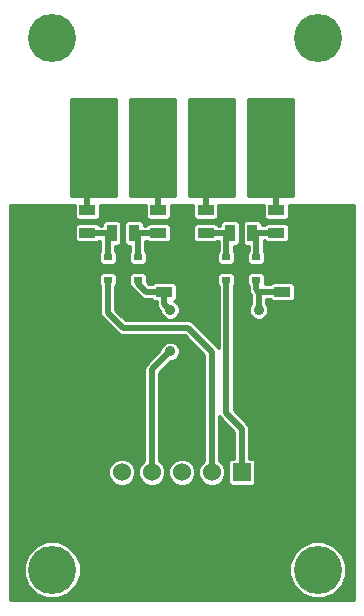
<source format=gbl>
G04 (created by PCBNEW (2013-mar-13)-testing) date Tue 02 Apr 2013 06:59:38 PM CEST*
%MOIN*%
G04 Gerber Fmt 3.4, Leading zero omitted, Abs format*
%FSLAX34Y34*%
G01*
G70*
G90*
G04 APERTURE LIST*
%ADD10C,0.006*%
%ADD11R,0.03X0.02*%
%ADD12R,0.0787X0.1181*%
%ADD13R,0.035X0.055*%
%ADD14R,0.055X0.035*%
%ADD15R,0.06X0.06*%
%ADD16C,0.06*%
%ADD17R,0.1X0.1*%
%ADD18C,0.1*%
%ADD19C,0.16*%
%ADD20C,0.035*%
%ADD21C,0.02*%
%ADD22C,0.01*%
G04 APERTURE END LIST*
G54D10*
G54D11*
X45169Y-47422D03*
X45169Y-46672D03*
X46169Y-47422D03*
X45169Y-47047D03*
X46169Y-46672D03*
X41232Y-47422D03*
X41232Y-46672D03*
X42232Y-47422D03*
X41232Y-47047D03*
X42232Y-46672D03*
G54D12*
X46850Y-43897D03*
X44488Y-43897D03*
X42913Y-43897D03*
X40551Y-43897D03*
G54D13*
X45294Y-45866D03*
X46044Y-45866D03*
X41357Y-45866D03*
X42107Y-45866D03*
G54D14*
X40551Y-45097D03*
X40551Y-45847D03*
X42913Y-45097D03*
X42913Y-45847D03*
X44488Y-45097D03*
X44488Y-45847D03*
X46850Y-45097D03*
X46850Y-45847D03*
X47047Y-47065D03*
X47047Y-47815D03*
X43110Y-47065D03*
X43110Y-47815D03*
G54D15*
X45700Y-53830D03*
G54D16*
X45700Y-54830D03*
X44700Y-53830D03*
X44700Y-54830D03*
X43700Y-53830D03*
X43700Y-54830D03*
X42700Y-53830D03*
X42700Y-54830D03*
X41700Y-53830D03*
X41700Y-54830D03*
G54D17*
X40732Y-42322D03*
G54D18*
X42732Y-42322D03*
G54D17*
X44669Y-42322D03*
G54D18*
X46669Y-42322D03*
G54D19*
X39370Y-39370D03*
X39370Y-57086D03*
X48228Y-39370D03*
X48228Y-57086D03*
G54D20*
X46259Y-48425D03*
X43307Y-48425D03*
X43307Y-49803D03*
G54D21*
X47047Y-47065D02*
X45187Y-47065D01*
X45187Y-47065D02*
X45169Y-47047D01*
X43110Y-47065D02*
X45150Y-47065D01*
X45150Y-47065D02*
X45169Y-47047D01*
X45238Y-47047D02*
X45169Y-47047D01*
X45256Y-47065D02*
X45238Y-47047D01*
X41232Y-47047D02*
X43091Y-47047D01*
X43091Y-47047D02*
X43110Y-47065D01*
X42913Y-45097D02*
X42913Y-43897D01*
X42913Y-43897D02*
X42913Y-43897D01*
X46850Y-45097D02*
X46850Y-43897D01*
X46850Y-43897D02*
X46850Y-43897D01*
X42232Y-46672D02*
X42232Y-45991D01*
X42232Y-45991D02*
X42107Y-45866D01*
X42107Y-45866D02*
X42894Y-45866D01*
X42894Y-45866D02*
X42913Y-45847D01*
X41232Y-46672D02*
X41232Y-45991D01*
X41232Y-45991D02*
X41357Y-45866D01*
X41357Y-45866D02*
X40569Y-45866D01*
X40569Y-45866D02*
X40551Y-45847D01*
X46169Y-46672D02*
X46169Y-45991D01*
X46169Y-45991D02*
X46044Y-45866D01*
X46850Y-45847D02*
X46062Y-45847D01*
X46062Y-45847D02*
X46044Y-45866D01*
X46259Y-48425D02*
X46259Y-47834D01*
X42700Y-53830D02*
X42700Y-50409D01*
X43110Y-48228D02*
X43110Y-47815D01*
X43307Y-48425D02*
X43110Y-48228D01*
X42700Y-50409D02*
X43307Y-49803D01*
X46169Y-47422D02*
X46169Y-47744D01*
X46241Y-47815D02*
X47047Y-47815D01*
X46169Y-47744D02*
X46241Y-47815D01*
X42232Y-47422D02*
X42232Y-47547D01*
X42500Y-47815D02*
X43110Y-47815D01*
X42232Y-47547D02*
X42500Y-47815D01*
X45169Y-46672D02*
X45169Y-45991D01*
X45169Y-45991D02*
X45294Y-45866D01*
X45294Y-45866D02*
X44506Y-45866D01*
X44506Y-45866D02*
X44488Y-45847D01*
X41232Y-47422D02*
X41232Y-48515D01*
X44700Y-49818D02*
X44700Y-53830D01*
X43897Y-49015D02*
X44700Y-49818D01*
X41732Y-49015D02*
X43897Y-49015D01*
X41232Y-48515D02*
X41732Y-49015D01*
X45169Y-47422D02*
X45169Y-51862D01*
X45700Y-52393D02*
X45700Y-53830D01*
X45169Y-51862D02*
X45700Y-52393D01*
X44488Y-45097D02*
X44488Y-43897D01*
X44488Y-43897D02*
X44488Y-43897D01*
X40551Y-45097D02*
X40551Y-43897D01*
X40551Y-43897D02*
X40551Y-43897D01*
G54D10*
G36*
X41485Y-44635D02*
X40010Y-44635D01*
X40010Y-41388D01*
X41485Y-41388D01*
X41485Y-44635D01*
X41485Y-44635D01*
G37*
G54D22*
X41485Y-44635D02*
X40010Y-44635D01*
X40010Y-41388D01*
X41485Y-41388D01*
X41485Y-44635D01*
G54D10*
G36*
X43453Y-44635D02*
X41979Y-44635D01*
X41979Y-41388D01*
X43453Y-41388D01*
X43453Y-44635D01*
X43453Y-44635D01*
G37*
G54D22*
X43453Y-44635D02*
X41979Y-44635D01*
X41979Y-41388D01*
X43453Y-41388D01*
X43453Y-44635D01*
G54D10*
G36*
X45422Y-44635D02*
X43947Y-44635D01*
X43947Y-41388D01*
X45422Y-41388D01*
X45422Y-44635D01*
X45422Y-44635D01*
G37*
G54D22*
X45422Y-44635D02*
X43947Y-44635D01*
X43947Y-41388D01*
X45422Y-41388D01*
X45422Y-44635D01*
G54D10*
G36*
X47390Y-44635D02*
X45916Y-44635D01*
X45916Y-41388D01*
X47390Y-41388D01*
X47390Y-44635D01*
X47390Y-44635D01*
G37*
G54D22*
X47390Y-44635D02*
X45916Y-44635D01*
X45916Y-41388D01*
X47390Y-41388D01*
X47390Y-44635D01*
G54D10*
G36*
X49426Y-58088D02*
X49178Y-58088D01*
X49178Y-56898D01*
X49034Y-56549D01*
X48767Y-56281D01*
X48418Y-56136D01*
X48040Y-56136D01*
X47690Y-56280D01*
X47472Y-56499D01*
X47472Y-47961D01*
X47472Y-47611D01*
X47449Y-47556D01*
X47407Y-47513D01*
X47352Y-47490D01*
X47292Y-47490D01*
X47275Y-47490D01*
X47275Y-45992D01*
X47275Y-45642D01*
X47252Y-45587D01*
X47210Y-45545D01*
X47155Y-45522D01*
X47095Y-45522D01*
X46545Y-45522D01*
X46490Y-45545D01*
X46448Y-45587D01*
X46444Y-45597D01*
X46369Y-45597D01*
X46369Y-45561D01*
X46346Y-45506D01*
X46304Y-45464D01*
X46249Y-45441D01*
X46189Y-45441D01*
X45839Y-45441D01*
X45784Y-45463D01*
X45742Y-45506D01*
X45719Y-45561D01*
X45719Y-45620D01*
X45719Y-46170D01*
X45742Y-46225D01*
X45784Y-46268D01*
X45839Y-46291D01*
X45898Y-46291D01*
X45919Y-46291D01*
X45919Y-46460D01*
X45892Y-46487D01*
X45869Y-46542D01*
X45869Y-46601D01*
X45869Y-46801D01*
X45892Y-46857D01*
X45934Y-46899D01*
X45989Y-46922D01*
X46048Y-46922D01*
X46348Y-46922D01*
X46404Y-46899D01*
X46446Y-46857D01*
X46469Y-46802D01*
X46469Y-46742D01*
X46469Y-46542D01*
X46446Y-46487D01*
X46419Y-46460D01*
X46419Y-46097D01*
X46444Y-46097D01*
X46448Y-46107D01*
X46490Y-46149D01*
X46545Y-46172D01*
X46605Y-46172D01*
X47155Y-46172D01*
X47210Y-46149D01*
X47252Y-46107D01*
X47275Y-46052D01*
X47275Y-45992D01*
X47275Y-47490D01*
X46742Y-47490D01*
X46687Y-47513D01*
X46645Y-47555D01*
X46640Y-47565D01*
X46463Y-47565D01*
X46469Y-47552D01*
X46469Y-47492D01*
X46469Y-47292D01*
X46446Y-47237D01*
X46404Y-47195D01*
X46349Y-47172D01*
X46289Y-47172D01*
X45989Y-47172D01*
X45934Y-47195D01*
X45892Y-47237D01*
X45869Y-47292D01*
X45869Y-47351D01*
X45869Y-47551D01*
X45892Y-47607D01*
X45919Y-47634D01*
X45919Y-47744D01*
X45938Y-47839D01*
X45992Y-47920D01*
X46009Y-47938D01*
X46009Y-48215D01*
X45984Y-48240D01*
X45934Y-48360D01*
X45934Y-48489D01*
X45984Y-48609D01*
X46075Y-48700D01*
X46194Y-48750D01*
X46324Y-48750D01*
X46443Y-48700D01*
X46535Y-48609D01*
X46584Y-48490D01*
X46584Y-48360D01*
X46535Y-48241D01*
X46509Y-48215D01*
X46509Y-48065D01*
X46640Y-48065D01*
X46645Y-48075D01*
X46687Y-48118D01*
X46742Y-48140D01*
X46801Y-48140D01*
X47351Y-48140D01*
X47407Y-48118D01*
X47449Y-48076D01*
X47472Y-48020D01*
X47472Y-47961D01*
X47472Y-56499D01*
X47423Y-56547D01*
X47278Y-56896D01*
X47278Y-57274D01*
X47422Y-57624D01*
X47689Y-57891D01*
X48038Y-58036D01*
X48416Y-58036D01*
X48765Y-57892D01*
X49033Y-57625D01*
X49178Y-57276D01*
X49178Y-56898D01*
X49178Y-58088D01*
X46150Y-58088D01*
X46150Y-54101D01*
X46150Y-53501D01*
X46128Y-53445D01*
X46085Y-53403D01*
X46030Y-53380D01*
X45971Y-53380D01*
X45950Y-53380D01*
X45950Y-52393D01*
X45931Y-52298D01*
X45931Y-52298D01*
X45877Y-52216D01*
X45619Y-51958D01*
X45619Y-46111D01*
X45619Y-45561D01*
X45596Y-45506D01*
X45554Y-45464D01*
X45499Y-45441D01*
X45439Y-45441D01*
X45089Y-45441D01*
X45034Y-45463D01*
X44992Y-45506D01*
X44969Y-45561D01*
X44969Y-45616D01*
X44902Y-45616D01*
X44890Y-45587D01*
X44848Y-45545D01*
X44793Y-45522D01*
X44733Y-45522D01*
X44183Y-45522D01*
X44128Y-45545D01*
X44086Y-45587D01*
X44063Y-45642D01*
X44063Y-45702D01*
X44063Y-46052D01*
X44085Y-46107D01*
X44128Y-46149D01*
X44183Y-46172D01*
X44242Y-46172D01*
X44792Y-46172D01*
X44848Y-46149D01*
X44881Y-46116D01*
X44919Y-46116D01*
X44919Y-46460D01*
X44892Y-46487D01*
X44869Y-46542D01*
X44869Y-46601D01*
X44869Y-46801D01*
X44892Y-46857D01*
X44934Y-46899D01*
X44989Y-46922D01*
X45048Y-46922D01*
X45348Y-46922D01*
X45404Y-46899D01*
X45446Y-46857D01*
X45469Y-46802D01*
X45469Y-46742D01*
X45469Y-46542D01*
X45446Y-46487D01*
X45419Y-46460D01*
X45419Y-46291D01*
X45498Y-46291D01*
X45554Y-46268D01*
X45596Y-46226D01*
X45619Y-46171D01*
X45619Y-46111D01*
X45619Y-51958D01*
X45419Y-51758D01*
X45419Y-47634D01*
X45446Y-47607D01*
X45469Y-47552D01*
X45469Y-47492D01*
X45469Y-47292D01*
X45446Y-47237D01*
X45404Y-47195D01*
X45349Y-47172D01*
X45289Y-47172D01*
X44989Y-47172D01*
X44934Y-47195D01*
X44892Y-47237D01*
X44869Y-47292D01*
X44869Y-47351D01*
X44869Y-47551D01*
X44892Y-47607D01*
X44919Y-47634D01*
X44919Y-49704D01*
X44877Y-49642D01*
X44877Y-49642D01*
X44074Y-48838D01*
X43993Y-48784D01*
X43897Y-48765D01*
X43632Y-48765D01*
X43632Y-48360D01*
X43582Y-48241D01*
X43491Y-48149D01*
X43442Y-48129D01*
X43470Y-48118D01*
X43512Y-48076D01*
X43535Y-48020D01*
X43535Y-47961D01*
X43535Y-47611D01*
X43512Y-47556D01*
X43470Y-47513D01*
X43415Y-47490D01*
X43355Y-47490D01*
X43338Y-47490D01*
X43338Y-45992D01*
X43338Y-45642D01*
X43315Y-45587D01*
X43273Y-45545D01*
X43218Y-45522D01*
X43158Y-45522D01*
X42608Y-45522D01*
X42553Y-45545D01*
X42511Y-45587D01*
X42499Y-45616D01*
X42432Y-45616D01*
X42432Y-45561D01*
X42409Y-45506D01*
X42367Y-45464D01*
X42312Y-45441D01*
X42252Y-45441D01*
X41902Y-45441D01*
X41847Y-45463D01*
X41805Y-45506D01*
X41782Y-45561D01*
X41782Y-45620D01*
X41782Y-46170D01*
X41805Y-46225D01*
X41847Y-46268D01*
X41902Y-46291D01*
X41961Y-46291D01*
X41982Y-46291D01*
X41982Y-46460D01*
X41955Y-46487D01*
X41932Y-46542D01*
X41932Y-46601D01*
X41932Y-46801D01*
X41955Y-46857D01*
X41997Y-46899D01*
X42052Y-46922D01*
X42111Y-46922D01*
X42411Y-46922D01*
X42467Y-46899D01*
X42509Y-46857D01*
X42532Y-46802D01*
X42532Y-46742D01*
X42532Y-46542D01*
X42509Y-46487D01*
X42482Y-46460D01*
X42482Y-46116D01*
X42519Y-46116D01*
X42553Y-46149D01*
X42608Y-46172D01*
X42668Y-46172D01*
X43218Y-46172D01*
X43273Y-46149D01*
X43315Y-46107D01*
X43338Y-46052D01*
X43338Y-45992D01*
X43338Y-47490D01*
X42805Y-47490D01*
X42750Y-47513D01*
X42708Y-47555D01*
X42703Y-47565D01*
X42604Y-47565D01*
X42532Y-47493D01*
X42532Y-47492D01*
X42532Y-47292D01*
X42509Y-47237D01*
X42467Y-47195D01*
X42412Y-47172D01*
X42352Y-47172D01*
X42052Y-47172D01*
X41997Y-47195D01*
X41955Y-47237D01*
X41932Y-47292D01*
X41932Y-47351D01*
X41932Y-47551D01*
X41955Y-47607D01*
X41997Y-47649D01*
X42008Y-47654D01*
X42055Y-47724D01*
X42324Y-47992D01*
X42324Y-47992D01*
X42405Y-48046D01*
X42405Y-48046D01*
X42481Y-48062D01*
X42500Y-48065D01*
X42500Y-48065D01*
X42500Y-48065D01*
X42703Y-48065D01*
X42707Y-48075D01*
X42750Y-48118D01*
X42805Y-48140D01*
X42860Y-48140D01*
X42860Y-48228D01*
X42879Y-48324D01*
X42933Y-48405D01*
X42982Y-48453D01*
X42982Y-48489D01*
X43031Y-48609D01*
X43122Y-48700D01*
X43242Y-48750D01*
X43371Y-48750D01*
X43490Y-48700D01*
X43582Y-48609D01*
X43632Y-48490D01*
X43632Y-48360D01*
X43632Y-48765D01*
X41835Y-48765D01*
X41682Y-48612D01*
X41682Y-46111D01*
X41682Y-45561D01*
X41659Y-45506D01*
X41617Y-45464D01*
X41562Y-45441D01*
X41502Y-45441D01*
X41152Y-45441D01*
X41097Y-45463D01*
X41055Y-45506D01*
X41032Y-45561D01*
X41032Y-45616D01*
X40965Y-45616D01*
X40953Y-45587D01*
X40911Y-45545D01*
X40856Y-45522D01*
X40796Y-45522D01*
X40246Y-45522D01*
X40191Y-45545D01*
X40149Y-45587D01*
X40126Y-45642D01*
X40126Y-45702D01*
X40126Y-46052D01*
X40148Y-46107D01*
X40191Y-46149D01*
X40246Y-46172D01*
X40305Y-46172D01*
X40855Y-46172D01*
X40911Y-46149D01*
X40944Y-46116D01*
X40982Y-46116D01*
X40982Y-46460D01*
X40955Y-46487D01*
X40932Y-46542D01*
X40932Y-46601D01*
X40932Y-46801D01*
X40955Y-46857D01*
X40997Y-46899D01*
X41052Y-46922D01*
X41111Y-46922D01*
X41411Y-46922D01*
X41467Y-46899D01*
X41509Y-46857D01*
X41532Y-46802D01*
X41532Y-46742D01*
X41532Y-46542D01*
X41509Y-46487D01*
X41482Y-46460D01*
X41482Y-46291D01*
X41561Y-46291D01*
X41617Y-46268D01*
X41659Y-46226D01*
X41682Y-46171D01*
X41682Y-46111D01*
X41682Y-48612D01*
X41482Y-48412D01*
X41482Y-47634D01*
X41509Y-47607D01*
X41532Y-47552D01*
X41532Y-47492D01*
X41532Y-47292D01*
X41509Y-47237D01*
X41467Y-47195D01*
X41412Y-47172D01*
X41352Y-47172D01*
X41052Y-47172D01*
X40997Y-47195D01*
X40955Y-47237D01*
X40932Y-47292D01*
X40932Y-47351D01*
X40932Y-47551D01*
X40955Y-47607D01*
X40982Y-47634D01*
X40982Y-48515D01*
X41001Y-48611D01*
X41055Y-48692D01*
X41555Y-49192D01*
X41636Y-49246D01*
X41732Y-49265D01*
X43794Y-49265D01*
X44450Y-49922D01*
X44450Y-53447D01*
X44446Y-53448D01*
X44319Y-53575D01*
X44250Y-53740D01*
X44250Y-53919D01*
X44319Y-54085D01*
X44445Y-54211D01*
X44610Y-54280D01*
X44789Y-54280D01*
X44955Y-54212D01*
X45082Y-54085D01*
X45150Y-53920D01*
X45150Y-53741D01*
X45082Y-53576D01*
X44956Y-53449D01*
X44950Y-53447D01*
X44950Y-51976D01*
X44992Y-52038D01*
X45450Y-52497D01*
X45450Y-53380D01*
X45371Y-53380D01*
X45315Y-53403D01*
X45273Y-53445D01*
X45250Y-53500D01*
X45250Y-53560D01*
X45250Y-54160D01*
X45273Y-54215D01*
X45315Y-54257D01*
X45370Y-54280D01*
X45430Y-54280D01*
X46030Y-54280D01*
X46085Y-54257D01*
X46127Y-54215D01*
X46150Y-54160D01*
X46150Y-54101D01*
X46150Y-58088D01*
X44150Y-58088D01*
X44150Y-53741D01*
X44082Y-53576D01*
X43956Y-53449D01*
X43790Y-53380D01*
X43632Y-53380D01*
X43632Y-49738D01*
X43582Y-49619D01*
X43491Y-49527D01*
X43372Y-49478D01*
X43242Y-49478D01*
X43123Y-49527D01*
X43031Y-49618D01*
X42982Y-49738D01*
X42982Y-49774D01*
X42524Y-50232D01*
X42469Y-50313D01*
X42450Y-50409D01*
X42450Y-53447D01*
X42446Y-53448D01*
X42319Y-53575D01*
X42250Y-53740D01*
X42250Y-53919D01*
X42319Y-54085D01*
X42445Y-54211D01*
X42610Y-54280D01*
X42789Y-54280D01*
X42955Y-54212D01*
X43082Y-54085D01*
X43150Y-53920D01*
X43150Y-53741D01*
X43082Y-53576D01*
X42956Y-53449D01*
X42950Y-53447D01*
X42950Y-50513D01*
X43335Y-50128D01*
X43371Y-50128D01*
X43490Y-50078D01*
X43582Y-49987D01*
X43632Y-49868D01*
X43632Y-49738D01*
X43632Y-53380D01*
X43611Y-53380D01*
X43446Y-53448D01*
X43319Y-53575D01*
X43250Y-53740D01*
X43250Y-53919D01*
X43319Y-54085D01*
X43445Y-54211D01*
X43610Y-54280D01*
X43789Y-54280D01*
X43955Y-54212D01*
X44082Y-54085D01*
X44150Y-53920D01*
X44150Y-53741D01*
X44150Y-58088D01*
X42150Y-58088D01*
X42150Y-53741D01*
X42082Y-53576D01*
X41956Y-53449D01*
X41790Y-53380D01*
X41611Y-53380D01*
X41446Y-53448D01*
X41319Y-53575D01*
X41250Y-53740D01*
X41250Y-53919D01*
X41319Y-54085D01*
X41445Y-54211D01*
X41610Y-54280D01*
X41789Y-54280D01*
X41955Y-54212D01*
X42082Y-54085D01*
X42150Y-53920D01*
X42150Y-53741D01*
X42150Y-58088D01*
X40320Y-58088D01*
X40320Y-56898D01*
X40175Y-56549D01*
X39908Y-56281D01*
X39559Y-56136D01*
X39181Y-56136D01*
X38832Y-56280D01*
X38565Y-56547D01*
X38420Y-56896D01*
X38419Y-57274D01*
X38564Y-57624D01*
X38831Y-57891D01*
X39180Y-58036D01*
X39558Y-58036D01*
X39907Y-57892D01*
X40174Y-57625D01*
X40319Y-57276D01*
X40320Y-56898D01*
X40320Y-58088D01*
X37974Y-58088D01*
X37974Y-44931D01*
X40126Y-44931D01*
X40126Y-44952D01*
X40126Y-45302D01*
X40148Y-45357D01*
X40191Y-45399D01*
X40246Y-45422D01*
X40305Y-45422D01*
X40855Y-45422D01*
X40911Y-45399D01*
X40953Y-45357D01*
X40976Y-45302D01*
X40976Y-45242D01*
X40976Y-44931D01*
X42488Y-44931D01*
X42488Y-44952D01*
X42488Y-45302D01*
X42511Y-45357D01*
X42553Y-45399D01*
X42608Y-45422D01*
X42668Y-45422D01*
X43218Y-45422D01*
X43273Y-45399D01*
X43315Y-45357D01*
X43338Y-45302D01*
X43338Y-45242D01*
X43338Y-44931D01*
X44063Y-44931D01*
X44063Y-44952D01*
X44063Y-45302D01*
X44085Y-45357D01*
X44128Y-45399D01*
X44183Y-45422D01*
X44242Y-45422D01*
X44792Y-45422D01*
X44848Y-45399D01*
X44890Y-45357D01*
X44913Y-45302D01*
X44913Y-45242D01*
X44913Y-44931D01*
X46425Y-44931D01*
X46425Y-44952D01*
X46425Y-45302D01*
X46448Y-45357D01*
X46490Y-45399D01*
X46545Y-45422D01*
X46605Y-45422D01*
X47155Y-45422D01*
X47210Y-45399D01*
X47252Y-45357D01*
X47275Y-45302D01*
X47275Y-45242D01*
X47275Y-44931D01*
X49426Y-44931D01*
X49426Y-58088D01*
X49426Y-58088D01*
G37*
G54D22*
X49426Y-58088D02*
X49178Y-58088D01*
X49178Y-56898D01*
X49034Y-56549D01*
X48767Y-56281D01*
X48418Y-56136D01*
X48040Y-56136D01*
X47690Y-56280D01*
X47472Y-56499D01*
X47472Y-47961D01*
X47472Y-47611D01*
X47449Y-47556D01*
X47407Y-47513D01*
X47352Y-47490D01*
X47292Y-47490D01*
X47275Y-47490D01*
X47275Y-45992D01*
X47275Y-45642D01*
X47252Y-45587D01*
X47210Y-45545D01*
X47155Y-45522D01*
X47095Y-45522D01*
X46545Y-45522D01*
X46490Y-45545D01*
X46448Y-45587D01*
X46444Y-45597D01*
X46369Y-45597D01*
X46369Y-45561D01*
X46346Y-45506D01*
X46304Y-45464D01*
X46249Y-45441D01*
X46189Y-45441D01*
X45839Y-45441D01*
X45784Y-45463D01*
X45742Y-45506D01*
X45719Y-45561D01*
X45719Y-45620D01*
X45719Y-46170D01*
X45742Y-46225D01*
X45784Y-46268D01*
X45839Y-46291D01*
X45898Y-46291D01*
X45919Y-46291D01*
X45919Y-46460D01*
X45892Y-46487D01*
X45869Y-46542D01*
X45869Y-46601D01*
X45869Y-46801D01*
X45892Y-46857D01*
X45934Y-46899D01*
X45989Y-46922D01*
X46048Y-46922D01*
X46348Y-46922D01*
X46404Y-46899D01*
X46446Y-46857D01*
X46469Y-46802D01*
X46469Y-46742D01*
X46469Y-46542D01*
X46446Y-46487D01*
X46419Y-46460D01*
X46419Y-46097D01*
X46444Y-46097D01*
X46448Y-46107D01*
X46490Y-46149D01*
X46545Y-46172D01*
X46605Y-46172D01*
X47155Y-46172D01*
X47210Y-46149D01*
X47252Y-46107D01*
X47275Y-46052D01*
X47275Y-45992D01*
X47275Y-47490D01*
X46742Y-47490D01*
X46687Y-47513D01*
X46645Y-47555D01*
X46640Y-47565D01*
X46463Y-47565D01*
X46469Y-47552D01*
X46469Y-47492D01*
X46469Y-47292D01*
X46446Y-47237D01*
X46404Y-47195D01*
X46349Y-47172D01*
X46289Y-47172D01*
X45989Y-47172D01*
X45934Y-47195D01*
X45892Y-47237D01*
X45869Y-47292D01*
X45869Y-47351D01*
X45869Y-47551D01*
X45892Y-47607D01*
X45919Y-47634D01*
X45919Y-47744D01*
X45938Y-47839D01*
X45992Y-47920D01*
X46009Y-47938D01*
X46009Y-48215D01*
X45984Y-48240D01*
X45934Y-48360D01*
X45934Y-48489D01*
X45984Y-48609D01*
X46075Y-48700D01*
X46194Y-48750D01*
X46324Y-48750D01*
X46443Y-48700D01*
X46535Y-48609D01*
X46584Y-48490D01*
X46584Y-48360D01*
X46535Y-48241D01*
X46509Y-48215D01*
X46509Y-48065D01*
X46640Y-48065D01*
X46645Y-48075D01*
X46687Y-48118D01*
X46742Y-48140D01*
X46801Y-48140D01*
X47351Y-48140D01*
X47407Y-48118D01*
X47449Y-48076D01*
X47472Y-48020D01*
X47472Y-47961D01*
X47472Y-56499D01*
X47423Y-56547D01*
X47278Y-56896D01*
X47278Y-57274D01*
X47422Y-57624D01*
X47689Y-57891D01*
X48038Y-58036D01*
X48416Y-58036D01*
X48765Y-57892D01*
X49033Y-57625D01*
X49178Y-57276D01*
X49178Y-56898D01*
X49178Y-58088D01*
X46150Y-58088D01*
X46150Y-54101D01*
X46150Y-53501D01*
X46128Y-53445D01*
X46085Y-53403D01*
X46030Y-53380D01*
X45971Y-53380D01*
X45950Y-53380D01*
X45950Y-52393D01*
X45931Y-52298D01*
X45931Y-52298D01*
X45877Y-52216D01*
X45619Y-51958D01*
X45619Y-46111D01*
X45619Y-45561D01*
X45596Y-45506D01*
X45554Y-45464D01*
X45499Y-45441D01*
X45439Y-45441D01*
X45089Y-45441D01*
X45034Y-45463D01*
X44992Y-45506D01*
X44969Y-45561D01*
X44969Y-45616D01*
X44902Y-45616D01*
X44890Y-45587D01*
X44848Y-45545D01*
X44793Y-45522D01*
X44733Y-45522D01*
X44183Y-45522D01*
X44128Y-45545D01*
X44086Y-45587D01*
X44063Y-45642D01*
X44063Y-45702D01*
X44063Y-46052D01*
X44085Y-46107D01*
X44128Y-46149D01*
X44183Y-46172D01*
X44242Y-46172D01*
X44792Y-46172D01*
X44848Y-46149D01*
X44881Y-46116D01*
X44919Y-46116D01*
X44919Y-46460D01*
X44892Y-46487D01*
X44869Y-46542D01*
X44869Y-46601D01*
X44869Y-46801D01*
X44892Y-46857D01*
X44934Y-46899D01*
X44989Y-46922D01*
X45048Y-46922D01*
X45348Y-46922D01*
X45404Y-46899D01*
X45446Y-46857D01*
X45469Y-46802D01*
X45469Y-46742D01*
X45469Y-46542D01*
X45446Y-46487D01*
X45419Y-46460D01*
X45419Y-46291D01*
X45498Y-46291D01*
X45554Y-46268D01*
X45596Y-46226D01*
X45619Y-46171D01*
X45619Y-46111D01*
X45619Y-51958D01*
X45419Y-51758D01*
X45419Y-47634D01*
X45446Y-47607D01*
X45469Y-47552D01*
X45469Y-47492D01*
X45469Y-47292D01*
X45446Y-47237D01*
X45404Y-47195D01*
X45349Y-47172D01*
X45289Y-47172D01*
X44989Y-47172D01*
X44934Y-47195D01*
X44892Y-47237D01*
X44869Y-47292D01*
X44869Y-47351D01*
X44869Y-47551D01*
X44892Y-47607D01*
X44919Y-47634D01*
X44919Y-49704D01*
X44877Y-49642D01*
X44877Y-49642D01*
X44074Y-48838D01*
X43993Y-48784D01*
X43897Y-48765D01*
X43632Y-48765D01*
X43632Y-48360D01*
X43582Y-48241D01*
X43491Y-48149D01*
X43442Y-48129D01*
X43470Y-48118D01*
X43512Y-48076D01*
X43535Y-48020D01*
X43535Y-47961D01*
X43535Y-47611D01*
X43512Y-47556D01*
X43470Y-47513D01*
X43415Y-47490D01*
X43355Y-47490D01*
X43338Y-47490D01*
X43338Y-45992D01*
X43338Y-45642D01*
X43315Y-45587D01*
X43273Y-45545D01*
X43218Y-45522D01*
X43158Y-45522D01*
X42608Y-45522D01*
X42553Y-45545D01*
X42511Y-45587D01*
X42499Y-45616D01*
X42432Y-45616D01*
X42432Y-45561D01*
X42409Y-45506D01*
X42367Y-45464D01*
X42312Y-45441D01*
X42252Y-45441D01*
X41902Y-45441D01*
X41847Y-45463D01*
X41805Y-45506D01*
X41782Y-45561D01*
X41782Y-45620D01*
X41782Y-46170D01*
X41805Y-46225D01*
X41847Y-46268D01*
X41902Y-46291D01*
X41961Y-46291D01*
X41982Y-46291D01*
X41982Y-46460D01*
X41955Y-46487D01*
X41932Y-46542D01*
X41932Y-46601D01*
X41932Y-46801D01*
X41955Y-46857D01*
X41997Y-46899D01*
X42052Y-46922D01*
X42111Y-46922D01*
X42411Y-46922D01*
X42467Y-46899D01*
X42509Y-46857D01*
X42532Y-46802D01*
X42532Y-46742D01*
X42532Y-46542D01*
X42509Y-46487D01*
X42482Y-46460D01*
X42482Y-46116D01*
X42519Y-46116D01*
X42553Y-46149D01*
X42608Y-46172D01*
X42668Y-46172D01*
X43218Y-46172D01*
X43273Y-46149D01*
X43315Y-46107D01*
X43338Y-46052D01*
X43338Y-45992D01*
X43338Y-47490D01*
X42805Y-47490D01*
X42750Y-47513D01*
X42708Y-47555D01*
X42703Y-47565D01*
X42604Y-47565D01*
X42532Y-47493D01*
X42532Y-47492D01*
X42532Y-47292D01*
X42509Y-47237D01*
X42467Y-47195D01*
X42412Y-47172D01*
X42352Y-47172D01*
X42052Y-47172D01*
X41997Y-47195D01*
X41955Y-47237D01*
X41932Y-47292D01*
X41932Y-47351D01*
X41932Y-47551D01*
X41955Y-47607D01*
X41997Y-47649D01*
X42008Y-47654D01*
X42055Y-47724D01*
X42324Y-47992D01*
X42324Y-47992D01*
X42405Y-48046D01*
X42405Y-48046D01*
X42481Y-48062D01*
X42500Y-48065D01*
X42500Y-48065D01*
X42500Y-48065D01*
X42703Y-48065D01*
X42707Y-48075D01*
X42750Y-48118D01*
X42805Y-48140D01*
X42860Y-48140D01*
X42860Y-48228D01*
X42879Y-48324D01*
X42933Y-48405D01*
X42982Y-48453D01*
X42982Y-48489D01*
X43031Y-48609D01*
X43122Y-48700D01*
X43242Y-48750D01*
X43371Y-48750D01*
X43490Y-48700D01*
X43582Y-48609D01*
X43632Y-48490D01*
X43632Y-48360D01*
X43632Y-48765D01*
X41835Y-48765D01*
X41682Y-48612D01*
X41682Y-46111D01*
X41682Y-45561D01*
X41659Y-45506D01*
X41617Y-45464D01*
X41562Y-45441D01*
X41502Y-45441D01*
X41152Y-45441D01*
X41097Y-45463D01*
X41055Y-45506D01*
X41032Y-45561D01*
X41032Y-45616D01*
X40965Y-45616D01*
X40953Y-45587D01*
X40911Y-45545D01*
X40856Y-45522D01*
X40796Y-45522D01*
X40246Y-45522D01*
X40191Y-45545D01*
X40149Y-45587D01*
X40126Y-45642D01*
X40126Y-45702D01*
X40126Y-46052D01*
X40148Y-46107D01*
X40191Y-46149D01*
X40246Y-46172D01*
X40305Y-46172D01*
X40855Y-46172D01*
X40911Y-46149D01*
X40944Y-46116D01*
X40982Y-46116D01*
X40982Y-46460D01*
X40955Y-46487D01*
X40932Y-46542D01*
X40932Y-46601D01*
X40932Y-46801D01*
X40955Y-46857D01*
X40997Y-46899D01*
X41052Y-46922D01*
X41111Y-46922D01*
X41411Y-46922D01*
X41467Y-46899D01*
X41509Y-46857D01*
X41532Y-46802D01*
X41532Y-46742D01*
X41532Y-46542D01*
X41509Y-46487D01*
X41482Y-46460D01*
X41482Y-46291D01*
X41561Y-46291D01*
X41617Y-46268D01*
X41659Y-46226D01*
X41682Y-46171D01*
X41682Y-46111D01*
X41682Y-48612D01*
X41482Y-48412D01*
X41482Y-47634D01*
X41509Y-47607D01*
X41532Y-47552D01*
X41532Y-47492D01*
X41532Y-47292D01*
X41509Y-47237D01*
X41467Y-47195D01*
X41412Y-47172D01*
X41352Y-47172D01*
X41052Y-47172D01*
X40997Y-47195D01*
X40955Y-47237D01*
X40932Y-47292D01*
X40932Y-47351D01*
X40932Y-47551D01*
X40955Y-47607D01*
X40982Y-47634D01*
X40982Y-48515D01*
X41001Y-48611D01*
X41055Y-48692D01*
X41555Y-49192D01*
X41636Y-49246D01*
X41732Y-49265D01*
X43794Y-49265D01*
X44450Y-49922D01*
X44450Y-53447D01*
X44446Y-53448D01*
X44319Y-53575D01*
X44250Y-53740D01*
X44250Y-53919D01*
X44319Y-54085D01*
X44445Y-54211D01*
X44610Y-54280D01*
X44789Y-54280D01*
X44955Y-54212D01*
X45082Y-54085D01*
X45150Y-53920D01*
X45150Y-53741D01*
X45082Y-53576D01*
X44956Y-53449D01*
X44950Y-53447D01*
X44950Y-51976D01*
X44992Y-52038D01*
X45450Y-52497D01*
X45450Y-53380D01*
X45371Y-53380D01*
X45315Y-53403D01*
X45273Y-53445D01*
X45250Y-53500D01*
X45250Y-53560D01*
X45250Y-54160D01*
X45273Y-54215D01*
X45315Y-54257D01*
X45370Y-54280D01*
X45430Y-54280D01*
X46030Y-54280D01*
X46085Y-54257D01*
X46127Y-54215D01*
X46150Y-54160D01*
X46150Y-54101D01*
X46150Y-58088D01*
X44150Y-58088D01*
X44150Y-53741D01*
X44082Y-53576D01*
X43956Y-53449D01*
X43790Y-53380D01*
X43632Y-53380D01*
X43632Y-49738D01*
X43582Y-49619D01*
X43491Y-49527D01*
X43372Y-49478D01*
X43242Y-49478D01*
X43123Y-49527D01*
X43031Y-49618D01*
X42982Y-49738D01*
X42982Y-49774D01*
X42524Y-50232D01*
X42469Y-50313D01*
X42450Y-50409D01*
X42450Y-53447D01*
X42446Y-53448D01*
X42319Y-53575D01*
X42250Y-53740D01*
X42250Y-53919D01*
X42319Y-54085D01*
X42445Y-54211D01*
X42610Y-54280D01*
X42789Y-54280D01*
X42955Y-54212D01*
X43082Y-54085D01*
X43150Y-53920D01*
X43150Y-53741D01*
X43082Y-53576D01*
X42956Y-53449D01*
X42950Y-53447D01*
X42950Y-50513D01*
X43335Y-50128D01*
X43371Y-50128D01*
X43490Y-50078D01*
X43582Y-49987D01*
X43632Y-49868D01*
X43632Y-49738D01*
X43632Y-53380D01*
X43611Y-53380D01*
X43446Y-53448D01*
X43319Y-53575D01*
X43250Y-53740D01*
X43250Y-53919D01*
X43319Y-54085D01*
X43445Y-54211D01*
X43610Y-54280D01*
X43789Y-54280D01*
X43955Y-54212D01*
X44082Y-54085D01*
X44150Y-53920D01*
X44150Y-53741D01*
X44150Y-58088D01*
X42150Y-58088D01*
X42150Y-53741D01*
X42082Y-53576D01*
X41956Y-53449D01*
X41790Y-53380D01*
X41611Y-53380D01*
X41446Y-53448D01*
X41319Y-53575D01*
X41250Y-53740D01*
X41250Y-53919D01*
X41319Y-54085D01*
X41445Y-54211D01*
X41610Y-54280D01*
X41789Y-54280D01*
X41955Y-54212D01*
X42082Y-54085D01*
X42150Y-53920D01*
X42150Y-53741D01*
X42150Y-58088D01*
X40320Y-58088D01*
X40320Y-56898D01*
X40175Y-56549D01*
X39908Y-56281D01*
X39559Y-56136D01*
X39181Y-56136D01*
X38832Y-56280D01*
X38565Y-56547D01*
X38420Y-56896D01*
X38419Y-57274D01*
X38564Y-57624D01*
X38831Y-57891D01*
X39180Y-58036D01*
X39558Y-58036D01*
X39907Y-57892D01*
X40174Y-57625D01*
X40319Y-57276D01*
X40320Y-56898D01*
X40320Y-58088D01*
X37974Y-58088D01*
X37974Y-44931D01*
X40126Y-44931D01*
X40126Y-44952D01*
X40126Y-45302D01*
X40148Y-45357D01*
X40191Y-45399D01*
X40246Y-45422D01*
X40305Y-45422D01*
X40855Y-45422D01*
X40911Y-45399D01*
X40953Y-45357D01*
X40976Y-45302D01*
X40976Y-45242D01*
X40976Y-44931D01*
X42488Y-44931D01*
X42488Y-44952D01*
X42488Y-45302D01*
X42511Y-45357D01*
X42553Y-45399D01*
X42608Y-45422D01*
X42668Y-45422D01*
X43218Y-45422D01*
X43273Y-45399D01*
X43315Y-45357D01*
X43338Y-45302D01*
X43338Y-45242D01*
X43338Y-44931D01*
X44063Y-44931D01*
X44063Y-44952D01*
X44063Y-45302D01*
X44085Y-45357D01*
X44128Y-45399D01*
X44183Y-45422D01*
X44242Y-45422D01*
X44792Y-45422D01*
X44848Y-45399D01*
X44890Y-45357D01*
X44913Y-45302D01*
X44913Y-45242D01*
X44913Y-44931D01*
X46425Y-44931D01*
X46425Y-44952D01*
X46425Y-45302D01*
X46448Y-45357D01*
X46490Y-45399D01*
X46545Y-45422D01*
X46605Y-45422D01*
X47155Y-45422D01*
X47210Y-45399D01*
X47252Y-45357D01*
X47275Y-45302D01*
X47275Y-45242D01*
X47275Y-44931D01*
X49426Y-44931D01*
X49426Y-58088D01*
M02*

</source>
